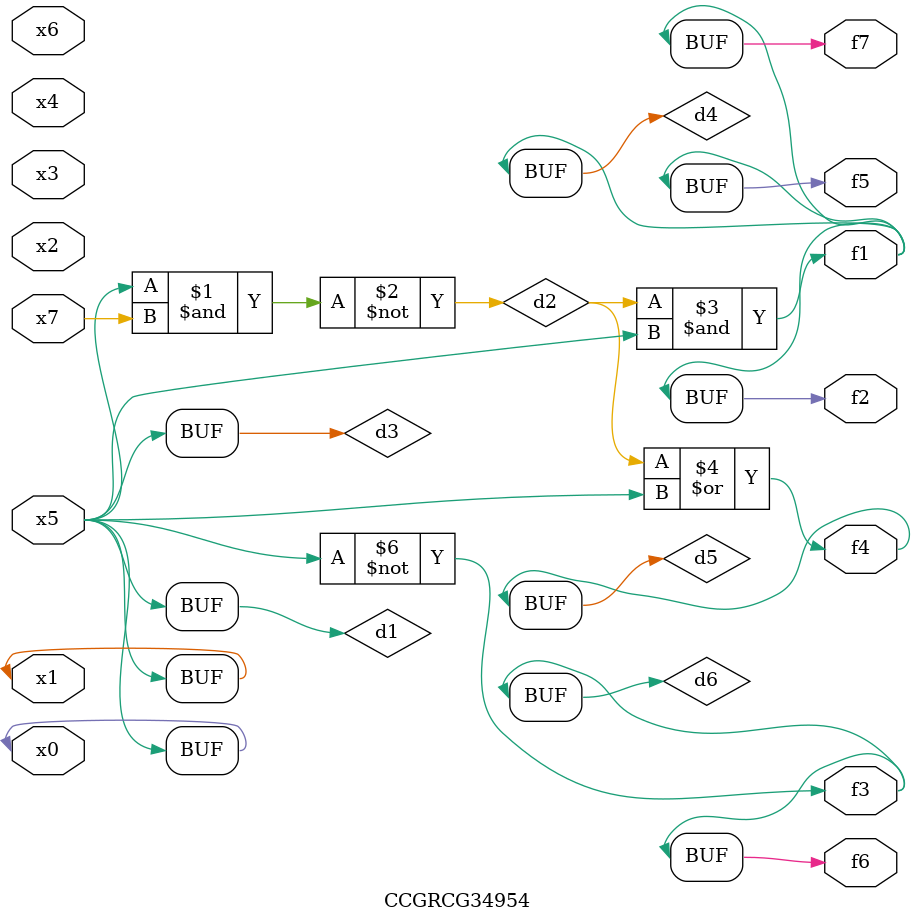
<source format=v>
module CCGRCG34954(
	input x0, x1, x2, x3, x4, x5, x6, x7,
	output f1, f2, f3, f4, f5, f6, f7
);

	wire d1, d2, d3, d4, d5, d6;

	buf (d1, x0, x5);
	nand (d2, x5, x7);
	buf (d3, x0, x1);
	and (d4, d2, d3);
	or (d5, d2, d3);
	nor (d6, d1, d3);
	assign f1 = d4;
	assign f2 = d4;
	assign f3 = d6;
	assign f4 = d5;
	assign f5 = d4;
	assign f6 = d6;
	assign f7 = d4;
endmodule

</source>
